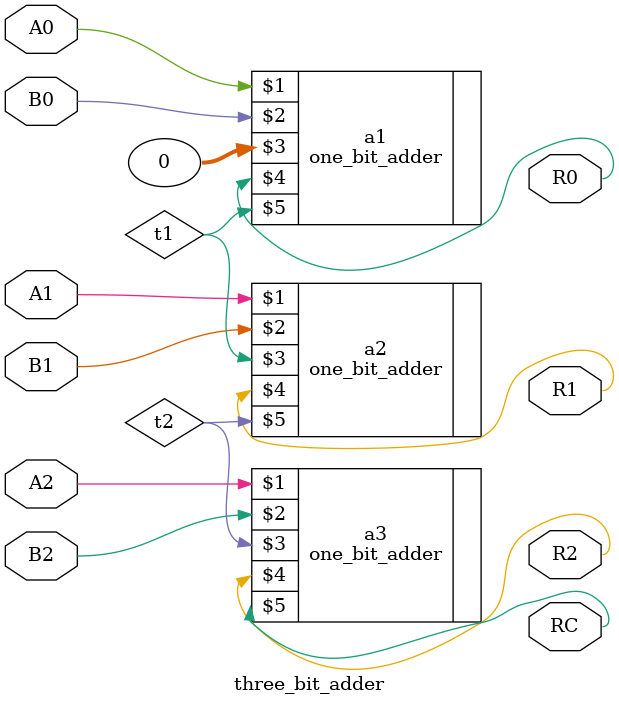
<source format=v>
`include "onebitadder.v"

module three_bit_adder(A0,A1,A2,B0,B1,B2,R0,R1,R2,RC);

//input operands to be added
input A0,A1,A2,B0,B1,B2;

//r's correspond to result and final carry bit
output R0,R1,R2,RC;


wire t1,t2,R0,R1,R2,RC;

one_bit_adder a1(A0,B0,0,R0,t1);
one_bit_adder a2(A1,B1,t1,R1,t2);
one_bit_adder a3(A2,B2,t2,R2,RC);

endmodule
</source>
